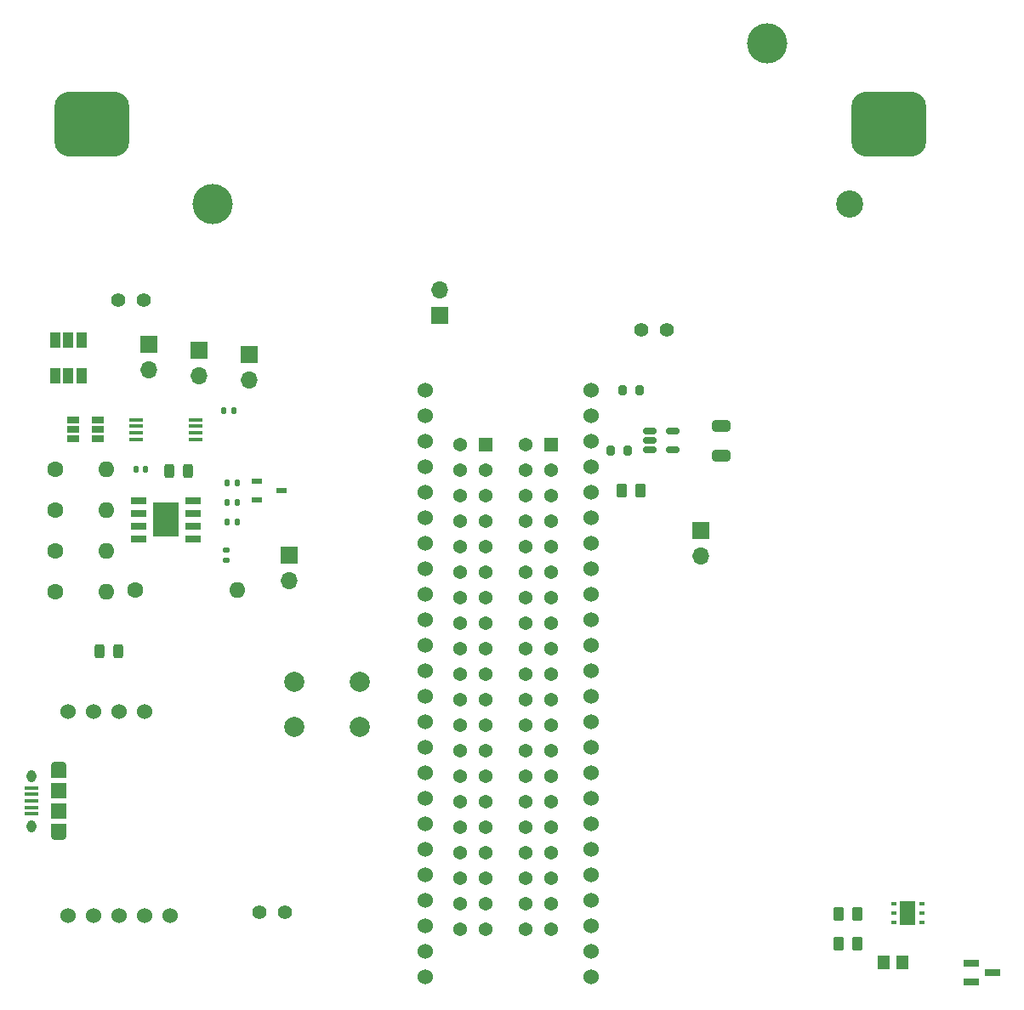
<source format=gbr>
%TF.GenerationSoftware,KiCad,Pcbnew,(7.0.0)*%
%TF.CreationDate,2023-04-14T09:45:01+02:00*%
%TF.ProjectId,overall scematic,6f766572-616c-46c2-9073-63656d617469,rev?*%
%TF.SameCoordinates,Original*%
%TF.FileFunction,Soldermask,Top*%
%TF.FilePolarity,Negative*%
%FSLAX46Y46*%
G04 Gerber Fmt 4.6, Leading zero omitted, Abs format (unit mm)*
G04 Created by KiCad (PCBNEW (7.0.0)) date 2023-04-14 09:45:01*
%MOMM*%
%LPD*%
G01*
G04 APERTURE LIST*
G04 Aperture macros list*
%AMRoundRect*
0 Rectangle with rounded corners*
0 $1 Rounding radius*
0 $2 $3 $4 $5 $6 $7 $8 $9 X,Y pos of 4 corners*
0 Add a 4 corners polygon primitive as box body*
4,1,4,$2,$3,$4,$5,$6,$7,$8,$9,$2,$3,0*
0 Add four circle primitives for the rounded corners*
1,1,$1+$1,$2,$3*
1,1,$1+$1,$4,$5*
1,1,$1+$1,$6,$7*
1,1,$1+$1,$8,$9*
0 Add four rect primitives between the rounded corners*
20,1,$1+$1,$2,$3,$4,$5,0*
20,1,$1+$1,$4,$5,$6,$7,0*
20,1,$1+$1,$6,$7,$8,$9,0*
20,1,$1+$1,$8,$9,$2,$3,0*%
G04 Aperture macros list end*
%ADD10R,1.700000X1.700000*%
%ADD11O,1.700000X1.700000*%
%ADD12C,4.000000*%
%ADD13C,2.700000*%
%ADD14RoundRect,1.625000X-2.125000X-1.625000X2.125000X-1.625000X2.125000X1.625000X-2.125000X1.625000X0*%
%ADD15R,1.150000X1.450000*%
%ADD16R,1.200000X0.650000*%
%ADD17R,1.475000X0.450000*%
%ADD18R,1.370000X1.370000*%
%ADD19C,1.370000*%
%ADD20RoundRect,0.070000X-0.650000X-0.300000X0.650000X-0.300000X0.650000X0.300000X-0.650000X0.300000X0*%
%ADD21R,1.070003X0.600000*%
%ADD22C,1.524000*%
%ADD23R,2.513000X3.402000*%
%ADD24R,1.525000X0.700000*%
%ADD25C,2.000000*%
%ADD26RoundRect,0.140000X-0.140000X-0.170000X0.140000X-0.170000X0.140000X0.170000X-0.140000X0.170000X0*%
%ADD27RoundRect,0.140000X0.170000X-0.140000X0.170000X0.140000X-0.170000X0.140000X-0.170000X-0.140000X0*%
%ADD28RoundRect,0.140000X0.140000X0.170000X-0.140000X0.170000X-0.140000X-0.170000X0.140000X-0.170000X0*%
%ADD29RoundRect,0.250000X0.650000X-0.325000X0.650000X0.325000X-0.650000X0.325000X-0.650000X-0.325000X0*%
%ADD30R,1.350000X0.400000*%
%ADD31R,1.550000X1.200000*%
%ADD32O,0.950000X1.250000*%
%ADD33R,1.550000X1.500000*%
%ADD34O,1.550000X0.890000*%
%ADD35RoundRect,0.243750X-0.243750X-0.456250X0.243750X-0.456250X0.243750X0.456250X-0.243750X0.456250X0*%
%ADD36R,1.000000X1.500000*%
%ADD37R,1.500000X2.400000*%
%ADD38R,0.600000X0.400000*%
%ADD39RoundRect,0.150000X-0.512500X-0.150000X0.512500X-0.150000X0.512500X0.150000X-0.512500X0.150000X0*%
%ADD40RoundRect,0.135000X-0.135000X-0.185000X0.135000X-0.185000X0.135000X0.185000X-0.135000X0.185000X0*%
%ADD41RoundRect,0.200000X-0.200000X-0.275000X0.200000X-0.275000X0.200000X0.275000X-0.200000X0.275000X0*%
%ADD42RoundRect,0.250000X-0.262500X-0.450000X0.262500X-0.450000X0.262500X0.450000X-0.262500X0.450000X0*%
%ADD43O,1.600000X1.600000*%
%ADD44C,1.600000*%
%ADD45C,1.400000*%
G04 APERTURE END LIST*
D10*
%TO.C,J2*%
X151999999Y-82539999D03*
D11*
X151999999Y-79999999D03*
%TD*%
D12*
%TO.C,BT1*%
X129400000Y-71475000D03*
X184600000Y-55475000D03*
D13*
X192820000Y-71475000D03*
D14*
X196650000Y-63475000D03*
X117350000Y-63475000D03*
%TD*%
D15*
%TO.C,C5*%
X197999999Y-146999999D03*
X196199999Y-146999999D03*
%TD*%
D16*
%TO.C,IC1*%
X117961999Y-92954999D03*
X117961999Y-93904999D03*
X117961999Y-94854999D03*
X115461999Y-94854999D03*
X115461999Y-93904999D03*
X115461999Y-92954999D03*
%TD*%
D17*
%TO.C,Q1*%
X127649999Y-92929999D03*
X127649999Y-93579999D03*
X127649999Y-94229999D03*
X127649999Y-94879999D03*
X121773999Y-94879999D03*
X121773999Y-94229999D03*
X121773999Y-93579999D03*
X121773999Y-92929999D03*
%TD*%
D18*
%TO.C,J13*%
X163039999Y-95379999D03*
D19*
X160500000Y-95380000D03*
X163040000Y-97920000D03*
X160500000Y-97920000D03*
X163040000Y-100460000D03*
X160500000Y-100460000D03*
X163040000Y-103000000D03*
X160500000Y-103000000D03*
X163040000Y-105540000D03*
X160500000Y-105540000D03*
X163040000Y-108080000D03*
X160500000Y-108080000D03*
X163040000Y-110620000D03*
X160500000Y-110620000D03*
X163040000Y-113160000D03*
X160500000Y-113160000D03*
X163040000Y-115700000D03*
X160500000Y-115700000D03*
X163040000Y-118240000D03*
X160500000Y-118240000D03*
X163040000Y-120780000D03*
X160500000Y-120780000D03*
X163040000Y-123320000D03*
X160500000Y-123320000D03*
X163040000Y-125860000D03*
X160500000Y-125860000D03*
X163040000Y-128400000D03*
X160500000Y-128400000D03*
X163040000Y-130940000D03*
X160500000Y-130940000D03*
X163040000Y-133480000D03*
X160500000Y-133480000D03*
X163040000Y-136020000D03*
X160500000Y-136020000D03*
X163040000Y-138560000D03*
X160500000Y-138560000D03*
X163040000Y-141100000D03*
X160500000Y-141100000D03*
X163040000Y-143640000D03*
X160500000Y-143640000D03*
%TD*%
D18*
%TO.C,J12*%
X156539999Y-95379999D03*
D19*
X154000000Y-95380000D03*
X156540000Y-97920000D03*
X154000000Y-97920000D03*
X156540000Y-100460000D03*
X154000000Y-100460000D03*
X156540000Y-103000000D03*
X154000000Y-103000000D03*
X156540000Y-105540000D03*
X154000000Y-105540000D03*
X156540000Y-108080000D03*
X154000000Y-108080000D03*
X156540000Y-110620000D03*
X154000000Y-110620000D03*
X156540000Y-113160000D03*
X154000000Y-113160000D03*
X156540000Y-115700000D03*
X154000000Y-115700000D03*
X156540000Y-118240000D03*
X154000000Y-118240000D03*
X156540000Y-120780000D03*
X154000000Y-120780000D03*
X156540000Y-123320000D03*
X154000000Y-123320000D03*
X156540000Y-125860000D03*
X154000000Y-125860000D03*
X156540000Y-128400000D03*
X154000000Y-128400000D03*
X156540000Y-130940000D03*
X154000000Y-130940000D03*
X156540000Y-133480000D03*
X154000000Y-133480000D03*
X156540000Y-136020000D03*
X154000000Y-136020000D03*
X156540000Y-138560000D03*
X154000000Y-138560000D03*
X156540000Y-141100000D03*
X154000000Y-141100000D03*
X156540000Y-143640000D03*
X154000000Y-143640000D03*
%TD*%
D20*
%TO.C,U5*%
X207000000Y-148000000D03*
X204900000Y-148950000D03*
X204900000Y-147050000D03*
%TD*%
D21*
%TO.C,U1*%
X136235076Y-99999999D03*
X133764922Y-100949961D03*
X133764922Y-99050037D03*
%TD*%
D22*
%TO.C,U3*%
X125160000Y-142320000D03*
X122620000Y-142320000D03*
X120080000Y-142320000D03*
X117540000Y-142320000D03*
X115000000Y-142320000D03*
X122620000Y-122000000D03*
X120080000Y-122000000D03*
X117540000Y-122000000D03*
X115000000Y-122000000D03*
%TD*%
%TO.C,J9*%
X150490000Y-90000000D03*
X150490000Y-92540000D03*
X150490000Y-95080000D03*
X150490000Y-97620000D03*
X150490000Y-100160000D03*
X150490000Y-102700000D03*
X150490000Y-105240000D03*
X150490000Y-107780000D03*
X150490000Y-110320000D03*
X150490000Y-112860000D03*
X150490000Y-115400000D03*
X150490000Y-117940000D03*
X150490000Y-120480000D03*
X150490000Y-123020000D03*
X150490000Y-125560000D03*
X150490000Y-128100000D03*
X150490000Y-130640000D03*
X150490000Y-133180000D03*
X150490000Y-135720000D03*
X150490000Y-138260000D03*
X150490000Y-140800000D03*
X150490000Y-143340000D03*
X150490000Y-145880000D03*
X150490000Y-148420000D03*
X167000000Y-148420000D03*
X167000000Y-145880000D03*
X167000000Y-143340000D03*
X167000000Y-140800000D03*
X167000000Y-138260000D03*
X167000000Y-135720000D03*
X167000000Y-133180000D03*
X167000000Y-130640000D03*
X167000000Y-128100000D03*
X167000000Y-125560000D03*
X167000000Y-123020000D03*
X167000000Y-120480000D03*
X167000000Y-117940000D03*
X167000000Y-115400000D03*
X167000000Y-112860000D03*
X167000000Y-110320000D03*
X167000000Y-107780000D03*
X167000000Y-105240000D03*
X167000000Y-102700000D03*
X167000000Y-100160000D03*
X167000000Y-97620000D03*
X167000000Y-95080000D03*
X167000000Y-92540000D03*
X167000000Y-90000000D03*
%TD*%
D23*
%TO.C,J3*%
X124711999Y-102904999D03*
D24*
X127423999Y-100999999D03*
X127423999Y-102269999D03*
X127423999Y-103539999D03*
X127423999Y-104809999D03*
X121999999Y-104809999D03*
X121999999Y-103539999D03*
X121999999Y-102269999D03*
X121999999Y-100999999D03*
%TD*%
D25*
%TO.C,SW1*%
X144000000Y-119000000D03*
X137500000Y-119000000D03*
X144000000Y-123500000D03*
X137500000Y-123500000D03*
%TD*%
D26*
%TO.C,C3*%
X131792000Y-101185000D03*
X130832000Y-101185000D03*
%TD*%
%TO.C,C4*%
X131792000Y-103155000D03*
X130832000Y-103155000D03*
%TD*%
D27*
%TO.C,C6*%
X130712000Y-105945000D03*
X130712000Y-106905000D03*
%TD*%
D26*
%TO.C,C2*%
X131792000Y-99215000D03*
X130832000Y-99215000D03*
%TD*%
D28*
%TO.C,C1*%
X121712000Y-97905000D03*
X122672000Y-97905000D03*
%TD*%
D29*
%TO.C,C10*%
X180000000Y-96475000D03*
X180000000Y-93525000D03*
%TD*%
D10*
%TO.C,J19*%
X177999999Y-103999999D03*
D11*
X177999999Y-106539999D03*
%TD*%
D10*
%TO.C,J4*%
X132999999Y-86459999D03*
D11*
X132999999Y-88999999D03*
%TD*%
%TO.C,J5*%
X122999999Y-87999999D03*
D10*
X122999999Y-85459999D03*
%TD*%
%TO.C,J6*%
X136999999Y-106459999D03*
D11*
X136999999Y-108999999D03*
%TD*%
%TO.C,J7*%
X127999999Y-88539999D03*
D10*
X127999999Y-85999999D03*
%TD*%
D30*
%TO.C,J1*%
X111299999Y-132199999D03*
X111299999Y-131549999D03*
X111299999Y-130899999D03*
X111299999Y-130249999D03*
X111299999Y-129599999D03*
D31*
X113999999Y-133799999D03*
D32*
X111299999Y-128399999D03*
D33*
X113999999Y-129899999D03*
D34*
X113999999Y-127399999D03*
D31*
X113999999Y-127999999D03*
D32*
X111299999Y-133399999D03*
D33*
X113999999Y-131899999D03*
D34*
X113999999Y-134399999D03*
%TD*%
D35*
%TO.C,D1*%
X126937500Y-98000000D03*
X125062500Y-98000000D03*
%TD*%
D36*
%TO.C,JP2*%
X116299999Y-88549999D03*
X114999999Y-88549999D03*
X113699999Y-88549999D03*
%TD*%
%TO.C,JP1*%
X116299999Y-84999999D03*
X114999999Y-84999999D03*
X113699999Y-84999999D03*
%TD*%
D35*
%TO.C,D2*%
X120000000Y-116000000D03*
X118125000Y-116000000D03*
%TD*%
D37*
%TO.C,U2*%
X198549999Y-142059999D03*
D38*
X199949999Y-141109999D03*
X199949999Y-142059999D03*
X199949999Y-143009999D03*
X197149999Y-143009999D03*
X197149999Y-142059999D03*
X197149999Y-141109999D03*
%TD*%
D39*
%TO.C,U4*%
X172862500Y-94050000D03*
X172862500Y-95000000D03*
X172862500Y-95950000D03*
X175137500Y-95950000D03*
X175137500Y-94050000D03*
%TD*%
D40*
%TO.C,R2*%
X131510000Y-92000000D03*
X130490000Y-92000000D03*
%TD*%
D41*
%TO.C,R10*%
X169000000Y-96000000D03*
X170650000Y-96000000D03*
%TD*%
%TO.C,R11*%
X170175000Y-90000000D03*
X171825000Y-90000000D03*
%TD*%
D42*
%TO.C,R9*%
X170087500Y-100000000D03*
X171912500Y-100000000D03*
%TD*%
%TO.C,R8*%
X193532500Y-145140000D03*
X191707500Y-145140000D03*
%TD*%
%TO.C,R7*%
X193532500Y-142190000D03*
X191707500Y-142190000D03*
%TD*%
D43*
%TO.C,R1*%
X131791999Y-109904999D03*
D44*
X121632000Y-109905000D03*
%TD*%
D43*
%TO.C,R5*%
X118791999Y-106004999D03*
D44*
X113712000Y-106005000D03*
%TD*%
D43*
%TO.C,R6*%
X118791999Y-110054999D03*
D44*
X113712000Y-110055000D03*
%TD*%
D43*
%TO.C,R3*%
X118791999Y-97904999D03*
D44*
X113712000Y-97905000D03*
%TD*%
D43*
%TO.C,R4*%
X118791999Y-101954999D03*
D44*
X113712000Y-101955000D03*
%TD*%
D45*
%TO.C,TP1*%
X136540000Y-142000000D03*
X134000000Y-142000000D03*
%TD*%
%TO.C,TP2*%
X174540000Y-84000000D03*
X172000000Y-84000000D03*
%TD*%
%TO.C,TP3*%
X122540000Y-81000000D03*
X120000000Y-81000000D03*
%TD*%
M02*

</source>
